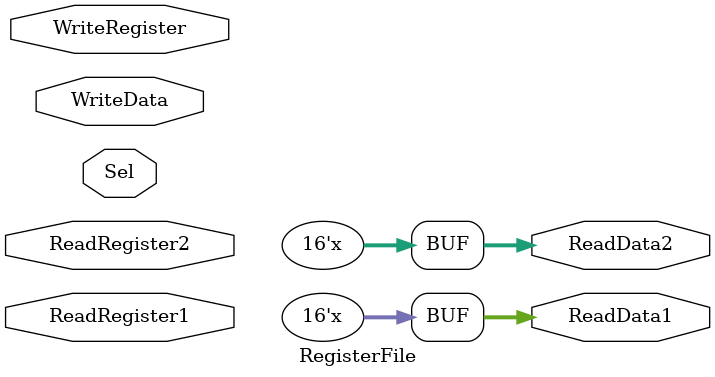
<source format=v>
module RegisterFile(ReadRegister1, ReadRegister2, WriteRegister, WriteData,Sel, ReadData1, ReadData2);

	input [4:0] ReadRegister1,ReadRegister2,WriteRegister;
	input [15:0] WriteData;
	input [2:0]Sel;	
	output reg [15:0] ReadData1,ReadData2;
	reg [15:0] Registers [0:15];
	
	initial begin
		Registers[0] <= 16'h0000;
		Registers[1] <= 16'h0000;
		Registers[2] <= 16'h0000;
		Registers[3] <= 16'h0000;
		Registers[4] <= 16'h0000;
		Registers[5] <= 16'h0000;
		Registers[6] <= 16'h0000;
		Registers[7] <= 16'h0000;
		Registers[8] <= 16'h0000;
		Registers[9] <= 16'h0000;
		Registers[10] <= 16'h0000;
		Registers[11] <= 16'h0000;
		Registers[12] <= 16'h0000;
		Registers[13] <= 16'h0000;
		Registers[14] <= 16'h0000;
		Registers[15] <= 16'h0000;
		
end
	
	
	always @( * )
	begin
		
		if (Sel==001) 
		begin
			Registers[WriteRegister] <= WriteData;
		end
		else if(Sel==010)
		begin
			ReadData1 <= Registers[ReadRegister1];
		end
		else if(Sel==011)
		begin
			ReadData1 <= Registers[ReadRegister1];
			ReadData2 <= Registers[ReadRegister2];
		end
		else if(Sel==100)
		begin
			Registers[WriteRegister] <= WriteData;
			ReadData1 <= Registers[ReadRegister1];
			ReadData2 <= Registers[ReadRegister2];
		end
	end
endmodule

</source>
